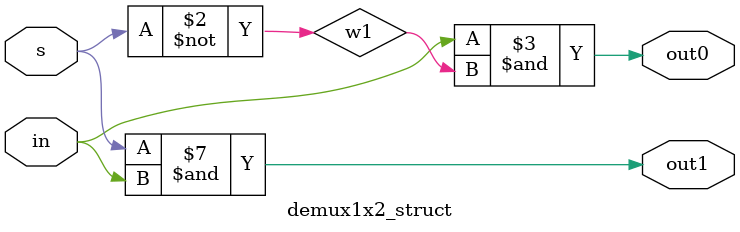
<source format=v>

module demux1x2_struct(out0,out1,s,in);

output out0,out1;
input s,in;

wire w1,w2,w3;

nand n5(w1,s,s);

nand n1(w2,in,w1);

nand n2(out0,w2,w2);

nand n3(w3,s,in);

nand n4(out1,w3,w3);

endmodule

</source>
